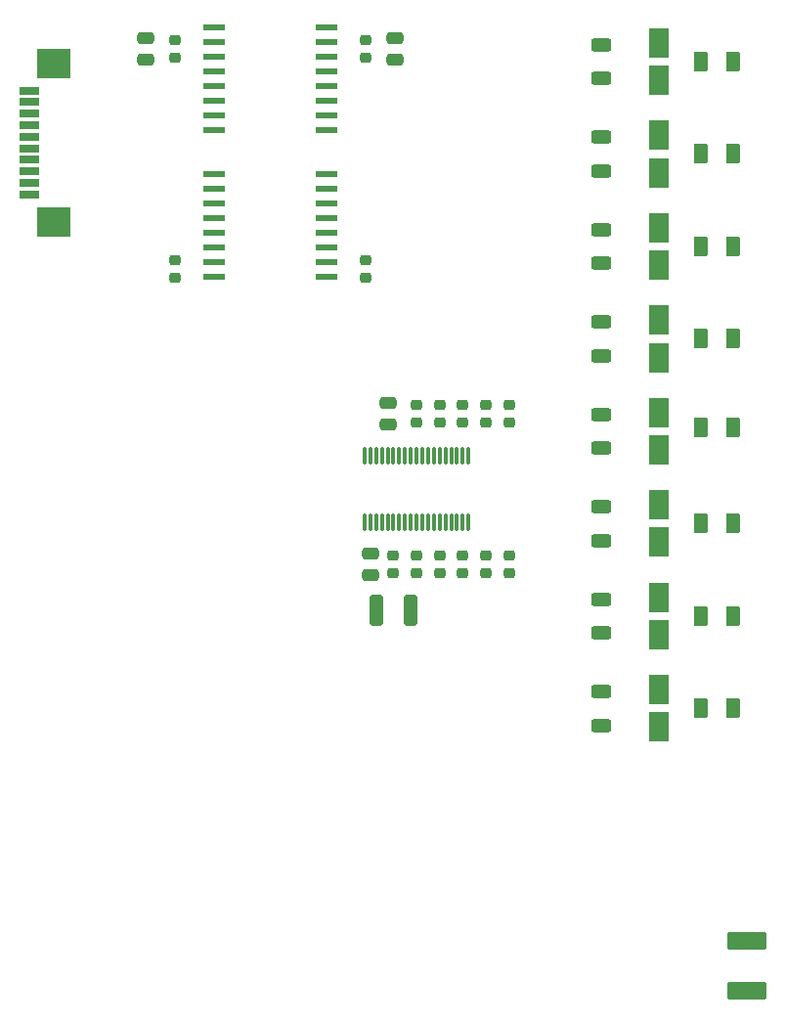
<source format=gbr>
%TF.GenerationSoftware,KiCad,Pcbnew,9.0.2*%
%TF.CreationDate,2025-05-30T08:26:37+03:00*%
%TF.ProjectId,PM-CNV_AI8-IU,504d2d43-4e56-45f4-9149-382d49552e6b,rev?*%
%TF.SameCoordinates,Original*%
%TF.FileFunction,Paste,Top*%
%TF.FilePolarity,Positive*%
%FSLAX46Y46*%
G04 Gerber Fmt 4.6, Leading zero omitted, Abs format (unit mm)*
G04 Created by KiCad (PCBNEW 9.0.2) date 2025-05-30 08:26:37*
%MOMM*%
%LPD*%
G01*
G04 APERTURE LIST*
G04 Aperture macros list*
%AMRoundRect*
0 Rectangle with rounded corners*
0 $1 Rounding radius*
0 $2 $3 $4 $5 $6 $7 $8 $9 X,Y pos of 4 corners*
0 Add a 4 corners polygon primitive as box body*
4,1,4,$2,$3,$4,$5,$6,$7,$8,$9,$2,$3,0*
0 Add four circle primitives for the rounded corners*
1,1,$1+$1,$2,$3*
1,1,$1+$1,$4,$5*
1,1,$1+$1,$6,$7*
1,1,$1+$1,$8,$9*
0 Add four rect primitives between the rounded corners*
20,1,$1+$1,$2,$3,$4,$5,0*
20,1,$1+$1,$4,$5,$6,$7,0*
20,1,$1+$1,$6,$7,$8,$9,0*
20,1,$1+$1,$8,$9,$2,$3,0*%
G04 Aperture macros list end*
%ADD10RoundRect,0.250000X-0.375000X-0.625000X0.375000X-0.625000X0.375000X0.625000X-0.375000X0.625000X0*%
%ADD11R,1.854200X0.482600*%
%ADD12R,1.651000X2.565400*%
%ADD13RoundRect,0.225000X0.250000X-0.225000X0.250000X0.225000X-0.250000X0.225000X-0.250000X-0.225000X0*%
%ADD14RoundRect,0.250000X-0.625000X0.312500X-0.625000X-0.312500X0.625000X-0.312500X0.625000X0.312500X0*%
%ADD15RoundRect,0.250000X0.325000X1.100000X-0.325000X1.100000X-0.325000X-1.100000X0.325000X-1.100000X0*%
%ADD16RoundRect,0.250000X0.475000X-0.250000X0.475000X0.250000X-0.475000X0.250000X-0.475000X-0.250000X0*%
%ADD17RoundRect,0.250000X-0.475000X0.250000X-0.475000X-0.250000X0.475000X-0.250000X0.475000X0.250000X0*%
%ADD18RoundRect,0.225000X-0.250000X0.225000X-0.250000X-0.225000X0.250000X-0.225000X0.250000X0.225000X0*%
%ADD19R,1.803400X0.635000*%
%ADD20R,2.997200X2.590800*%
%ADD21RoundRect,0.075000X0.075000X-0.662500X0.075000X0.662500X-0.075000X0.662500X-0.075000X-0.662500X0*%
%ADD22RoundRect,0.250000X1.450000X-0.537500X1.450000X0.537500X-1.450000X0.537500X-1.450000X-0.537500X0*%
G04 APERTURE END LIST*
D10*
%TO.C,F2*%
X24600000Y29000000D03*
X27400000Y29000000D03*
%TD*%
%TO.C,F7*%
X24600000Y-11000000D03*
X27400000Y-11000000D03*
%TD*%
D11*
%TO.C,U2*%
X-17576800Y40005000D03*
X-17576800Y38735000D03*
X-17576800Y37465000D03*
X-17576800Y36195000D03*
X-17576800Y34925000D03*
X-17576800Y33655000D03*
X-17576800Y32385000D03*
X-17576800Y31115000D03*
X-7823200Y31115000D03*
X-7823200Y32385000D03*
X-7823200Y33655000D03*
X-7823200Y34925000D03*
X-7823200Y36195000D03*
X-7823200Y37465000D03*
X-7823200Y38735000D03*
X-7823200Y40005000D03*
%TD*%
D12*
%TO.C,D5*%
X21000000Y3387100D03*
X21000000Y6612900D03*
%TD*%
D13*
%TO.C,C5*%
X-4445000Y37325000D03*
X-4445000Y38875000D03*
%TD*%
D14*
%TO.C,R6*%
X16000000Y-1537500D03*
X16000000Y-4462500D03*
%TD*%
D10*
%TO.C,F3*%
X24600000Y21000000D03*
X27400000Y21000000D03*
%TD*%
D13*
%TO.C,C13*%
X2000000Y5725000D03*
X2000000Y7275000D03*
%TD*%
D12*
%TO.C,D3*%
X21000000Y19387100D03*
X21000000Y22612900D03*
%TD*%
D14*
%TO.C,R1*%
X16000000Y38462500D03*
X16000000Y35537500D03*
%TD*%
D13*
%TO.C,C11*%
X0Y5725000D03*
X0Y7275000D03*
%TD*%
D14*
%TO.C,R4*%
X16000000Y14462500D03*
X16000000Y11537500D03*
%TD*%
D15*
%TO.C,C7*%
X-525000Y-10500000D03*
X-3475000Y-10500000D03*
%TD*%
D14*
%TO.C,R2*%
X16000000Y30462500D03*
X16000000Y27537500D03*
%TD*%
D16*
%TO.C,C1*%
X-23495000Y37150000D03*
X-23495000Y39050000D03*
%TD*%
D11*
%TO.C,U3*%
X-17576800Y27305000D03*
X-17576800Y26035000D03*
X-17576800Y24765000D03*
X-17576800Y23495000D03*
X-17576800Y22225000D03*
X-17576800Y20955000D03*
X-17576800Y19685000D03*
X-17576800Y18415000D03*
X-7823200Y18415000D03*
X-7823200Y19685000D03*
X-7823200Y20955000D03*
X-7823200Y22225000D03*
X-7823200Y23495000D03*
X-7823200Y24765000D03*
X-7823200Y26035000D03*
X-7823200Y27305000D03*
%TD*%
D13*
%TO.C,C3*%
X-20955000Y18275000D03*
X-20955000Y19825000D03*
%TD*%
D17*
%TO.C,C10*%
X-2500000Y7450000D03*
X-2500000Y5550000D03*
%TD*%
D18*
%TO.C,C18*%
X6000000Y-5725000D03*
X6000000Y-7275000D03*
%TD*%
D14*
%TO.C,R3*%
X16000000Y22462500D03*
X16000000Y19537500D03*
%TD*%
D18*
%TO.C,C12*%
X0Y-5725000D03*
X0Y-7275000D03*
%TD*%
D16*
%TO.C,C6*%
X-1905000Y37150000D03*
X-1905000Y39050000D03*
%TD*%
D12*
%TO.C,D2*%
X21000000Y27387100D03*
X21000000Y30612900D03*
%TD*%
%TO.C,D4*%
X21000000Y11387100D03*
X21000000Y14612900D03*
%TD*%
D14*
%TO.C,R5*%
X16000000Y6462500D03*
X16000000Y3537500D03*
%TD*%
D10*
%TO.C,F5*%
X24600000Y5325000D03*
X27400000Y5325000D03*
%TD*%
D19*
%TO.C,J1*%
X-33556000Y25500009D03*
X-33556000Y26500007D03*
X-33556000Y27500005D03*
X-33556000Y28500003D03*
X-33556000Y29500001D03*
X-33556000Y30499999D03*
X-33556000Y31499997D03*
X-33556000Y32499995D03*
X-33556000Y33499993D03*
X-33556000Y34499991D03*
D20*
X-31385999Y23149998D03*
X-31385999Y36850002D03*
%TD*%
D13*
%TO.C,C15*%
X6000000Y5725000D03*
X6000000Y7275000D03*
%TD*%
D14*
%TO.C,R8*%
X16000000Y-17537500D03*
X16000000Y-20462500D03*
%TD*%
D12*
%TO.C,D1*%
X21000000Y35387100D03*
X21000000Y38612900D03*
%TD*%
D18*
%TO.C,C20*%
X2000000Y-5725000D03*
X2000000Y-7275000D03*
%TD*%
D14*
%TO.C,R7*%
X16000000Y-9537500D03*
X16000000Y-12462500D03*
%TD*%
D12*
%TO.C,D6*%
X21000000Y-4612900D03*
X21000000Y-1387100D03*
%TD*%
D13*
%TO.C,C2*%
X-20955000Y37325000D03*
X-20955000Y38875000D03*
%TD*%
D18*
%TO.C,C19*%
X4000000Y-5725000D03*
X4000000Y-7275000D03*
%TD*%
D13*
%TO.C,C14*%
X4000000Y5725000D03*
X4000000Y7275000D03*
%TD*%
D18*
%TO.C,C17*%
X8000000Y-5725000D03*
X8000000Y-7275000D03*
%TD*%
D12*
%TO.C,D8*%
X21000000Y-20612900D03*
X21000000Y-17387100D03*
%TD*%
D17*
%TO.C,C9*%
X-4000000Y-5550000D03*
X-4000000Y-7450000D03*
%TD*%
D21*
%TO.C,U4*%
X-4500000Y-2862500D03*
X-4000000Y-2862500D03*
X-3500000Y-2862500D03*
X-3000000Y-2862500D03*
X-2500000Y-2862500D03*
X-2000000Y-2862500D03*
X-1500000Y-2862500D03*
X-1000000Y-2862500D03*
X-500000Y-2862500D03*
X0Y-2862500D03*
X500000Y-2862500D03*
X1000000Y-2862500D03*
X1500000Y-2862500D03*
X2000000Y-2862500D03*
X2500000Y-2862500D03*
X3000000Y-2862500D03*
X3500000Y-2862500D03*
X4000000Y-2862500D03*
X4500000Y-2862500D03*
X4500000Y2862500D03*
X4000000Y2862500D03*
X3500000Y2862500D03*
X3000000Y2862500D03*
X2500000Y2862500D03*
X2000000Y2862500D03*
X1500000Y2862500D03*
X1000000Y2862500D03*
X500000Y2862500D03*
X0Y2862500D03*
X-500000Y2862500D03*
X-1000000Y2862500D03*
X-1500000Y2862500D03*
X-2000000Y2862500D03*
X-2500000Y2862500D03*
X-3000000Y2862500D03*
X-3500000Y2862500D03*
X-4000000Y2862500D03*
X-4500000Y2862500D03*
%TD*%
D13*
%TO.C,C16*%
X8000000Y5725000D03*
X8000000Y7275000D03*
%TD*%
D10*
%TO.C,F8*%
X24600000Y-19000000D03*
X27400000Y-19000000D03*
%TD*%
D18*
%TO.C,C4*%
X-4445000Y19825000D03*
X-4445000Y18275000D03*
%TD*%
D22*
%TO.C,C21*%
X28575000Y-43412500D03*
X28575000Y-39137500D03*
%TD*%
D18*
%TO.C,C8*%
X-2000000Y-5725000D03*
X-2000000Y-7275000D03*
%TD*%
D12*
%TO.C,D7*%
X21000000Y-12612900D03*
X21000000Y-9387100D03*
%TD*%
D10*
%TO.C,F6*%
X24600000Y-3000000D03*
X27400000Y-3000000D03*
%TD*%
%TO.C,F1*%
X24600000Y37000000D03*
X27400000Y37000000D03*
%TD*%
%TO.C,F4*%
X24600000Y13000000D03*
X27400000Y13000000D03*
%TD*%
M02*

</source>
